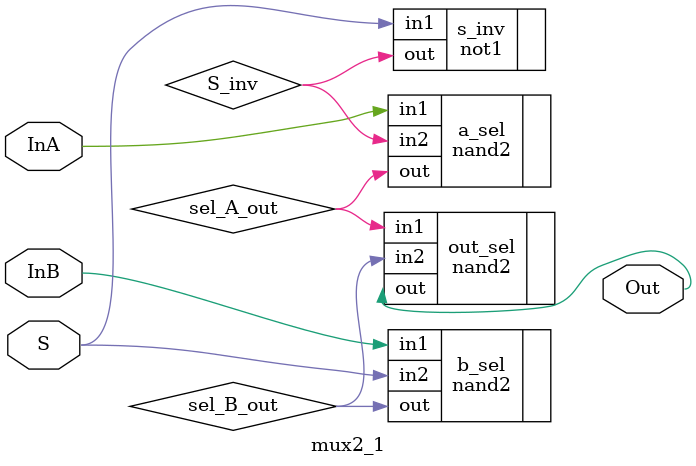
<source format=v>
/*
    CS/ECE 552 Spring '19
    Homework #3, Problem 1

    2-1 mux template
*/
module mux2_1(InA, InB, S, Out);
    input   InA, InB;
    input   S;
    output  Out;

    wire sel_A_out, sel_B_out, S_not;
    not1 s_inv (.in1(S), .out(S_inv));
    nand2 a_sel (.in1(InA), .in2(S_inv), .out(sel_A_out));
    nand2 b_sel (.in1(InB), .in2(S), .out(sel_B_out));
    nand2 out_sel (.in1(sel_A_out), .in2(sel_B_out), .out(Out));

endmodule

</source>
